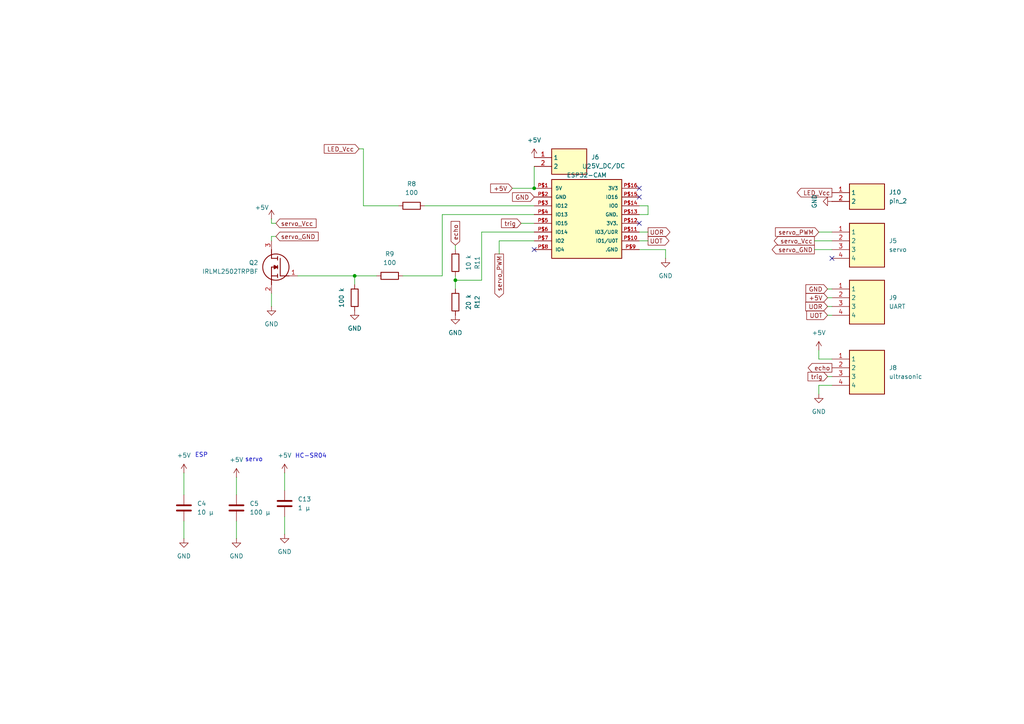
<source format=kicad_sch>
(kicad_sch (version 20250114) (generator "eeschema") (generator_version "9.0")
  (paper "A4")
  (lib_symbols
    (symbol "ESP32-CAM:ESP32-CAM" (pin_names (offset 1.016))
      (property "Reference" "U" (at -10.16 20.32 0))
      (property "Value" "ESP32-CAM" (at 0 0 0))
      (symbol "ESP32-CAM_0_0"
        (rectangle (start -10.16 -5.08) (end 10.16 17.78) (stroke (width 0.254)) (fill (type background)))
        (pin bidirectional line (at -15.24 15.24 0) (length 5.08) (name "5V") (number "P$1"))
        (pin bidirectional line (at -15.24 12.7 0) (length 5.08) (name "GND") (number "P$2"))
        (pin bidirectional line (at -15.24 10.16 0) (length 5.08) (name "IO12") (number "P$3"))
        (pin bidirectional line (at -15.24 7.62 0) (length 5.08) (name "IO13") (number "P$4"))
        (pin bidirectional line (at -15.24 5.08 0) (length 5.08) (name "IO15") (number "P$5"))
        (pin bidirectional line (at -15.24 2.54 0) (length 5.08) (name "IO14") (number "P$6"))
        (pin bidirectional line (at -15.24 0 0) (length 5.08) (name "IO2") (number "P$7"))
        (pin bidirectional line (at -15.24 -2.54 0) (length 5.08) (name "IO4") (number "P$8"))
        (pin bidirectional line (at 15.24 15.24 180) (length 5.08) (name "3V3") (number "P$16"))
        (pin bidirectional line (at 15.24 12.7 180) (length 5.08) (name "IO16") (number "P$15"))
        (pin bidirectional line (at 15.24 10.16 180) (length 5.08) (name "IO0") (number "P$14"))
        (pin bidirectional line (at 15.24 7.62 180) (length 5.08) (name "GND.") (number "P$13"))
        (pin bidirectional line (at 15.24 5.08 180) (length 5.08) (name "3V3.") (number "P$12"))
        (pin bidirectional line (at 15.24 2.54 180) (length 5.08) (name "IO3/U0R") (number "P$11"))
        (pin bidirectional line (at 15.24 0 180) (length 5.08) (name "IO1/U0T") (number "P$10"))
        (pin bidirectional line (at 15.24 -2.54 180) (length 5.08) (name ".GND") (number "P$9"))
      )
    )
    (symbol "R_1" (pin_numbers (hide yes)) (pin_names (offset 0))
      (property "Reference" "R9" (at 6.35 0 90))
      (property "Value" "100" (at 3.81 0 90))
      (symbol "R_1_0_1"
        (rectangle (start -1.016 -2.54) (end 1.016 2.54) (stroke (width 0.254)))
      )
      (symbol "R_1_1_1"
        (pin passive line (at 0 3.81 270) (length 1.27) (name "~") (number "1"))
        (pin passive line (at 0 -3.81 90) (length 1.27) (name "~") (number "2"))
      )
    )
    (symbol "bird-feeder:C" (pin_numbers (hide yes)) (pin_names (offset 0.254))
      (property "Reference" "C" (at 0.635 2.54 0))
      (property "Value" "C" (at 0.635 -2.54 0))
      (symbol "C_0_1"
        (polyline (pts (xy -2.032 0.762) (xy 2.032 0.762)) (stroke (width 0.508)))
        (polyline (pts (xy -2.032 -0.762) (xy 2.032 -0.762)) (stroke (width 0.508)))
      )
      (symbol "C_1_1"
        (pin passive line (at 0 3.81 270) (length 2.794) (name "~") (number "1"))
        (pin passive line (at 0 -3.81 90) (length 2.794) (name "~") (number "2"))
      )
    )
    (symbol "bird-feeder:IRLML2502TRPBF" (pin_names (hide yes))
      (property "Reference" "Q" (at 11.43 3.81 0))
      (property "Value" "IRLML2502TRPBF" (at 11.43 1.27 0))
      (symbol "IRLML2502TRPBF_1_1"
        (polyline (pts (xy 2.54 0) (xy 5.08 0)) (stroke (width 0.254)))
        (polyline (pts (xy 5.08 5.08) (xy 5.08 0)) (stroke (width 0.254)))
        (polyline (pts (xy 5.842 5.588) (xy 5.842 4.572)) (stroke (width 0.254)))
        (polyline (pts (xy 5.842 2.54) (xy 6.858 3.048) (xy 6.858 2.032) (xy 5.842 2.54)) (stroke (width 0.254)) (fill (type outline)))
        (polyline (pts (xy 5.842 2.032) (xy 5.842 3.048)) (stroke (width 0.254)))
        (polyline (pts (xy 5.842 0) (xy 7.62 0)) (stroke (width 0.254)))
        (polyline (pts (xy 5.842 -0.508) (xy 5.842 0.508)) (stroke (width 0.254)))
        (circle (center 6.35 2.54) (radius 3.81) (stroke (width 0.254)))
        (polyline (pts (xy 7.62 5.08) (xy 5.842 5.08)) (stroke (width 0.254)))
        (polyline (pts (xy 7.62 5.08) (xy 7.62 7.62)) (stroke (width 0.254)))
        (polyline (pts (xy 7.62 2.54) (xy 5.842 2.54)) (stroke (width 0.254)))
        (polyline (pts (xy 7.62 2.54) (xy 7.62 -2.54)) (stroke (width 0.254)))
        (pin passive line (at 0 0 0) (length 2.54) (name "G") (number "1"))
        (pin passive line (at 7.62 10.16 270) (length 2.54) (name "D") (number "3"))
        (pin passive line (at 7.62 -5.08 90) (length 2.54) (name "S") (number "2"))
      )
    )
    (symbol "bird-feeder:R" (pin_numbers (hide yes)) (pin_names (offset 0))
      (property "Reference" "R" (at 2.032 0 90))
      (property "Value" "R" (at 0 0 90))
      (symbol "R_0_1"
        (rectangle (start -1.016 -2.54) (end 1.016 2.54) (stroke (width 0.254)))
      )
      (symbol "R_1_1"
        (pin passive line (at 0 3.81 270) (length 1.27) (name "~") (number "1"))
        (pin passive line (at 0 -3.81 90) (length 1.27) (name "~") (number "2"))
      )
    )
    (symbol "bird-feeder:pin_2"
      (property "Reference" "J" (at 16.51 7.62 0))
      (property "Value" "pin_2" (at 16.51 5.08 0))
      (symbol "pin_2_1_1"
        (rectangle (start 5.08 2.54) (end 15.24 -4.826) (stroke (width 0.254)) (fill (type background)))
        (pin passive line (at 0 0 0) (length 5.08) (name "1") (number "1"))
        (pin passive line (at 0 -2.54 0) (length 5.08) (name "2") (number "2"))
      )
    )
    (symbol "bird-feeder:pin_4"
      (property "Reference" "J" (at 16.51 7.62 0))
      (property "Value" "pin_4" (at 16.51 5.08 0))
      (symbol "pin_4_1_1"
        (rectangle (start 5.08 2.54) (end 15.24 -10.16) (stroke (width 0.254)) (fill (type background)))
        (pin passive line (at 0 0 0) (length 5.08) (name "1") (number "1"))
        (pin passive line (at 0 -2.54 0) (length 5.08) (name "2") (number "2"))
        (pin passive line (at 0 -5.08 0) (length 5.08) (name "3") (number "3"))
        (pin passive line (at 0 -7.62 0) (length 5.08) (name "4") (number "4"))
      )
    )
    (symbol "power:+5V" (power) (pin_numbers (hide yes)) (pin_names (offset 0) (hide yes))
      (property "Value" "+5V" (at 0 3.556 0))
      (symbol "+5V_0_1"
        (polyline (pts (xy -0.762 1.27) (xy 0 2.54)))
        (polyline (pts (xy 0 2.54) (xy 0.762 1.27)))
        (polyline (pts (xy 0 0) (xy 0 2.54)))
      )
      (symbol "+5V_1_1"
        (pin power_in line (at 0 0 90) (length 0) (name "~") (number "1"))
      )
    )
    (symbol "power:GND" (power) (pin_numbers (hide yes)) (pin_names (offset 0) (hide yes))
      (property "Value" "GND" (at 0 -3.81 0))
      (symbol "GND_0_1"
        (polyline (pts (xy 0 0) (xy 0 -1.27) (xy 1.27 -1.27) (xy 0 -2.54) (xy -1.27 -1.27) (xy 0 -1.27)))
      )
      (symbol "GND_1_1"
        (pin power_in line (at 0 0 270) (length 0) (name "~") (number "1"))
      )
    )
  )
  (text "servo" (at 73.66 133.35 0) (effects (font (size 1.27 1.27))))
  (text "HC-SR04" (at 90.17 132.334 0) (effects (font (size 1.27 1.27))))
  (text "ESP" (at 58.42 132.08 0) (effects (font (size 1.27 1.27))))
  (junction (at 154.94 54.61))
  (junction (at 102.87 80.01))
  (junction (at 132.08 81.28))
  (no_connect (at 241.3 74.93))
  (no_connect (at 185.42 54.61))
  (no_connect (at 185.42 57.15))
  (no_connect (at 154.94 72.39))
  (no_connect (at 185.42 64.77))
  (wire (pts (xy 240.03 109.22) (xy 241.3 109.22)))
  (wire (pts (xy 237.49 67.31) (xy 241.3 67.31)))
  (wire (pts (xy 241.3 104.14) (xy 237.49 104.14)))
  (wire (pts (xy 154.94 48.26) (xy 154.94 54.61)))
  (wire (pts (xy 132.08 71.12) (xy 132.08 72.39)))
  (wire (pts (xy 78.74 64.77) (xy 80.01 64.77)))
  (wire (pts (xy 237.49 104.14) (xy 237.49 101.6)))
  (wire (pts (xy 240.03 86.36) (xy 241.3 86.36)))
  (wire (pts (xy 105.41 59.69) (xy 115.57 59.69)))
  (wire (pts (xy 116.84 80.01) (xy 128.27 80.01)))
  (wire (pts (xy 185.42 72.39) (xy 193.04 72.39)))
  (wire (pts (xy 53.34 151.13) (xy 53.34 156.21)))
  (wire (pts (xy 132.08 80.01) (xy 132.08 81.28)))
  (wire (pts (xy 82.55 137.16) (xy 82.55 142.24)))
  (wire (pts (xy 68.58 151.13) (xy 68.58 156.21)))
  (wire (pts (xy 82.55 149.86) (xy 82.55 154.94)))
  (wire (pts (xy 187.96 62.23) (xy 185.42 62.23)))
  (wire (pts (xy 241.3 111.76) (xy 237.49 111.76)))
  (wire (pts (xy 78.74 63.5) (xy 78.74 64.77)))
  (wire (pts (xy 53.34 137.16) (xy 53.34 143.51)))
  (wire (pts (xy 128.27 62.23) (xy 154.94 62.23)))
  (wire (pts (xy 139.7 67.31) (xy 139.7 81.28)))
  (wire (pts (xy 132.08 81.28) (xy 139.7 81.28)))
  (wire (pts (xy 148.59 54.61) (xy 154.94 54.61)))
  (wire (pts (xy 68.58 138.43) (xy 68.58 143.51)))
  (wire (pts (xy 237.49 111.76) (xy 237.49 114.3)))
  (wire (pts (xy 185.42 59.69) (xy 187.96 59.69)))
  (wire (pts (xy 240.03 91.44) (xy 241.3 91.44)))
  (wire (pts (xy 144.78 69.85) (xy 154.94 69.85)))
  (wire (pts (xy 236.22 69.85) (xy 241.3 69.85)))
  (wire (pts (xy 240.03 88.9) (xy 241.3 88.9)))
  (wire (pts (xy 102.87 80.01) (xy 109.22 80.01)))
  (wire (pts (xy 128.27 62.23) (xy 128.27 80.01)))
  (wire (pts (xy 236.22 72.39) (xy 241.3 72.39)))
  (wire (pts (xy 80.01 68.58) (xy 78.74 68.58)))
  (wire (pts (xy 123.19 59.69) (xy 154.94 59.69)))
  (wire (pts (xy 187.96 67.31) (xy 185.42 67.31)))
  (wire (pts (xy 154.94 67.31) (xy 139.7 67.31)))
  (wire (pts (xy 193.04 72.39) (xy 193.04 74.93)))
  (wire (pts (xy 78.74 68.58) (xy 78.74 69.85)))
  (wire (pts (xy 104.14 43.18) (xy 105.41 43.18)))
  (wire (pts (xy 187.96 69.85) (xy 185.42 69.85)))
  (wire (pts (xy 86.36 80.01) (xy 102.87 80.01)))
  (wire (pts (xy 144.78 73.66) (xy 144.78 69.85)))
  (wire (pts (xy 151.13 64.77) (xy 154.94 64.77)))
  (wire (pts (xy 105.41 43.18) (xy 105.41 59.69)))
  (wire (pts (xy 187.96 59.69) (xy 187.96 62.23)))
  (wire (pts (xy 78.74 88.9) (xy 78.74 85.09)))
  (wire (pts (xy 132.08 81.28) (xy 132.08 83.82)))
  (wire (pts (xy 240.03 83.82) (xy 241.3 83.82)))
  (wire (pts (xy 102.87 80.01) (xy 102.87 82.55)))
  (global_label "UOR" (shape input) (at 240.03 88.9 180) (property "Intersheetrefs" "${INTERSHEET_REFS}" (effects (hide yes))))
  (global_label "servo_PWM" (shape input) (at 237.49 67.31 180) (property "Intersheetrefs" "${INTERSHEET_REFS}" (effects (hide yes))))
  (global_label "UOT" (shape output) (at 187.96 69.85 0) (property "Intersheetrefs" "${INTERSHEET_REFS}" (effects (hide yes))))
  (global_label "servo_PWM" (shape output) (at 144.78 73.66 270) (property "Intersheetrefs" "${INTERSHEET_REFS}" (effects (hide yes))))
  (global_label "echo" (shape output) (at 241.3 106.68 180) (property "Intersheetrefs" "${INTERSHEET_REFS}" (effects (hide yes))))
  (global_label "servo_Vcc" (shape input) (at 80.01 64.77 0) (property "Intersheetrefs" "${INTERSHEET_REFS}" (effects (hide yes))))
  (global_label "LED_Vcc" (shape output) (at 241.3 55.88 180) (property "Intersheetrefs" "${INTERSHEET_REFS}" (effects (hide yes))))
  (global_label "LED_Vcc" (shape input) (at 104.14 43.18 180) (property "Intersheetrefs" "${INTERSHEET_REFS}" (effects (hide yes))))
  (global_label "servo_Vcc" (shape output) (at 236.22 69.85 180) (property "Intersheetrefs" "${INTERSHEET_REFS}" (effects (hide yes))))
  (global_label "servo_GND" (shape input) (at 80.01 68.58 0) (property "Intersheetrefs" "${INTERSHEET_REFS}" (effects (hide yes))))
  (global_label "echo" (shape input) (at 132.08 71.12 90) (property "Intersheetrefs" "${INTERSHEET_REFS}" (effects (hide yes))))
  (global_label "+5V" (shape input) (at 148.59 54.61 180) (property "Intersheetrefs" "${INTERSHEET_REFS}" (effects (hide yes))))
  (global_label "trig" (shape input) (at 240.03 109.22 180) (property "Intersheetrefs" "${INTERSHEET_REFS}" (effects (hide yes))))
  (global_label "+5V" (shape input) (at 240.03 86.36 180) (property "Intersheetrefs" "${INTERSHEET_REFS}" (effects (hide yes))))
  (global_label "UOR" (shape output) (at 187.96 67.31 0) (property "Intersheetrefs" "${INTERSHEET_REFS}" (effects (hide yes))))
  (global_label "GND" (shape input) (at 154.94 57.15 180) (property "Intersheetrefs" "${INTERSHEET_REFS}" (effects (hide yes))))
  (global_label "trig" (shape input) (at 151.13 64.77 180) (property "Intersheetrefs" "${INTERSHEET_REFS}" (effects (hide yes))))
  (global_label "GND" (shape input) (at 240.03 83.82 180) (property "Intersheetrefs" "${INTERSHEET_REFS}" (effects (hide yes))))
  (global_label "servo_GND" (shape output) (at 236.22 72.39 180) (property "Intersheetrefs" "${INTERSHEET_REFS}" (effects (hide yes))))
  (global_label "UOT" (shape input) (at 240.03 91.44 180) (property "Intersheetrefs" "${INTERSHEET_REFS}" (effects (hide yes))))
  (symbol (lib_id "power:+5V") (at 68.58 138.43 0) (unit 1)
    (property "Reference" "#PWR031" (effects (hide yes)))
    (property "Value" "+5V" (at 68.58 133.35 0))
    (property "Description" "Power symbol creates a global label with name \"+5V\"" (effects (hide yes)))
  )
  (symbol (lib_id "bird-feeder:IRLML2502TRPBF") (at 86.36 80.01 0) (mirror y) (unit 1)
    (property "Reference" "Q2" (at 74.93 76.1999 0) (effects (justify left)))
    (property "Value" "IRLML2502TRPBF" (at 74.93 78.7399 0) (effects (justify left)))
    (property "Footprint" "bird-feeder:IRL_SOT95P237X112-3N" (effects (hide yes)))
    (property "Description" "IRLML2502TRPBF N-Channel MOSFET, 4.2 A, 20 V IRLML2502, 3-Pin SOT-23 Infineon" (effects (hide yes)))
    (property "Height" "1.12" (effects (hide yes)))
    (property "Manufacturer_Name" "Infineon" (effects (hide yes)))
    (property "Manufacturer_Part_Number" "IRLML2502TRPBF" (effects (hide yes)))
  )
  (symbol (lib_id "power:+5V") (at 154.94 45.72 0) (unit 1)
    (property "Reference" "#PWR022" (effects (hide yes)))
    (property "Value" "+5V" (at 154.94 40.64 0))
    (property "Description" "Power symbol creates a global label with name \"+5V\"" (effects (hide yes)))
  )
  (symbol (lib_id "bird-feeder:R") (at 132.08 87.63 0) (unit 1)
    (property "Reference" "R12" (at 138.43 87.63 90))
    (property "Value" "20 k" (at 135.89 87.63 90))
    (property "Footprint" "Resistor_SMD:R_0603_1608Metric" (effects (hide yes)))
    (property "Description" "Resistor" (effects (hide yes)))
  )
  (symbol (lib_id "bird-feeder:C") (at 53.34 147.32 0) (unit 1)
    (property "Reference" "C4" (at 57.15 146.0499 0) (effects (justify left)))
    (property "Value" "10 μ" (at 57.15 148.5899 0) (effects (justify left)))
    (property "Footprint" "Capacitor_SMD:C_0603_1608Metric" (effects (hide yes)))
    (property "Description" "Unpolarized capacitor" (effects (hide yes)))
  )
  (symbol (lib_id "bird-feeder:C") (at 82.55 146.05 0) (unit 1)
    (property "Reference" "C13" (at 86.36 144.7799 0) (effects (justify left)))
    (property "Value" "1 μ" (at 86.36 147.3199 0) (effects (justify left)))
    (property "Footprint" "Capacitor_SMD:C_0603_1608Metric" (effects (hide yes)))
    (property "Description" "Unpolarized capacitor" (effects (hide yes)))
  )
  (symbol (lib_id "power:+5V") (at 237.49 101.6 0) (unit 1)
    (property "Reference" "#PWR016" (effects (hide yes)))
    (property "Value" "+5V" (at 237.49 96.52 0))
    (property "Description" "Power symbol creates a global label with name \"+5V\"" (effects (hide yes)))
  )
  (symbol (lib_id "power:GND") (at 193.04 74.93 0) (unit 1)
    (property "Reference" "#PWR015" (effects (hide yes)))
    (property "Value" "GND" (at 193.04 80.01 0))
    (property "Description" "Power symbol creates a global label with name \"GND\" , ground" (effects (hide yes)))
  )
  (symbol (lib_id "power:+5V") (at 78.74 63.5 0) (unit 1)
    (property "Reference" "#PWR014" (effects (hide yes)))
    (property "Value" "+5V" (at 75.946 60.198 0))
    (property "Description" "Power symbol creates a global label with name \"+5V\"" (effects (hide yes)))
  )
  (symbol (lib_id "power:GND") (at 78.74 88.9 0) (unit 1)
    (property "Reference" "#PWR023" (effects (hide yes)))
    (property "Value" "GND" (at 78.74 93.98 0))
    (property "Description" "Power symbol creates a global label with name \"GND\" , ground" (effects (hide yes)))
  )
  (symbol (lib_id "power:GND") (at 237.49 114.3 0) (unit 1)
    (property "Reference" "#PWR017" (effects (hide yes)))
    (property "Value" "GND" (at 237.49 119.38 0))
    (property "Description" "Power symbol creates a global label with name \"GND\" , ground" (effects (hide yes)))
  )
  (symbol (lib_id "bird-feeder:C") (at 68.58 147.32 0) (unit 1)
    (property "Reference" "C5" (at 72.39 146.0499 0) (effects (justify left)))
    (property "Value" "100 μ" (at 72.39 148.5899 0) (effects (justify left)))
    (property "Footprint" "Capacitor_SMD:C_0603_1608Metric" (effects (hide yes)))
    (property "Description" "Unpolarized capacitor" (effects (hide yes)))
  )
  (symbol (lib_id "bird-feeder:R") (at 132.08 76.2 0) (unit 1)
    (property "Reference" "R11" (at 138.43 76.2 90))
    (property "Value" "10 k" (at 135.89 76.2 90))
    (property "Footprint" "Resistor_SMD:R_0603_1608Metric" (effects (hide yes)))
    (property "Description" "Resistor" (effects (hide yes)))
  )
  (symbol (lib_name "R_1") (lib_id "bird-feeder:R") (at 113.03 80.01 270) (mirror x) (unit 1)
    (property "Reference" "R9" (at 113.03 73.66 90))
    (property "Value" "100" (at 113.03 76.2 90))
    (property "Footprint" "Resistor_THT:R_Axial_DIN0204_L3.6mm_D1.6mm_P5.08mm_Horizontal" (effects (hide yes)))
    (property "Description" "Resistor" (effects (hide yes)))
  )
  (symbol (lib_id "power:GND") (at 132.08 91.44 0) (unit 1)
    (property "Reference" "#PWR026" (effects (hide yes)))
    (property "Value" "GND" (at 132.08 96.52 0))
    (property "Description" "Power symbol creates a global label with name \"GND\" , ground" (effects (hide yes)))
  )
  (symbol (lib_id "bird-feeder:R") (at 102.87 86.36 180) (unit 1)
    (property "Reference" "R10" (effects (hide yes)))
    (property "Value" "100 k" (at 99.06 86.36 90))
    (property "Footprint" "Resistor_SMD:R_0603_1608Metric" (effects (hide yes)))
    (property "Description" "Resistor" (effects (hide yes)))
  )
  (symbol (lib_id "ESP32-CAM:ESP32-CAM") (at 170.18 69.85 0) (unit 1)
    (property "Reference" "U2" (at 170.18 48.26 0))
    (property "Value" "ESP32-CAM" (at 170.18 50.8 0))
    (property "Footprint" "Library:ESP32-CAM" (effects (hide yes)))
    (property "MF" "AI-Thinker" (effects (hide yes)))
    (property "DESCRIPTION" "ESP32 ESP32 Transceiver; 802.11 a/b/g/n (Wi-Fi, WiFi, WLAN), Bluetooth® Smart 4.x Low Energy (BLE) Evaluation Board" (effects (hide yes)))
    (property "PACKAGE" "None" (effects (hide yes)))
    (property "PRICE" "None" (effects (hide yes)))
    (property "Package" "None" (effects (hide yes)))
    (property "Check_prices" "https://www.snapeda.com/parts/ESP32-CAM/AI-Thinker/view-part/?ref=eda" (effects (hide yes)))
    (property "Price" "None" (effects (hide yes)))
    (property "SnapEDA_Link" "https://www.snapeda.com/parts/ESP32-CAM/AI-Thinker/view-part/?ref=snap" (effects (hide yes)))
    (property "MP" "ESP32-CAM" (effects (hide yes)))
    (property "Availability" "Not in stock" (effects (hide yes)))
    (property "AVAILABILITY" "Not in stock" (effects (hide yes)))
    (property "Description_1" "ESP32 ESP32 Transceiver; 802.11 a/b/g/n (Wi-Fi, WiFi, WLAN), Bluetooth® Smart 4.x Low Energy (BLE) Evaluation Board" (effects (hide yes)))
  )
  (symbol (lib_id "bird-feeder:pin_2") (at 241.3 55.88 0) (unit 1)
    (property "Reference" "J10" (at 257.81 55.7529 0) (effects (justify left)))
    (property "Value" "pin_2" (at 257.81 58.2929 0) (effects (justify left)))
    (property "Footprint" "bird-feeder:pin_2_RHDR4W60P0X254_1X4_1016X250X840P_1" (effects (hide yes)))
    (property "Datasheet" "https://www.tme.eu/Document/951e887d7e645db1a4e49e0834499c9b/zl262-sg.pdf" (effects (hide yes)))
    (property "Description" "Socket; pin strips; female; PIN: 4; straight; 2.54mm; THT; 1x4; 3A" (effects (hide yes)))
    (property "Height" "8.4" (effects (hide yes)))
    (property "Manufacturer_Name" "Connfly" (effects (hide yes)))
    (property "Manufacturer_Part_Number" "DS1023-1*4S21" (effects (hide yes)))
  )
  (symbol (lib_id "power:GND") (at 68.58 156.21 0) (unit 1)
    (property "Reference" "#PWR038" (effects (hide yes)))
    (property "Value" "GND" (at 68.58 161.29 0))
    (property "Description" "Power symbol creates a global label with name \"GND\" , ground" (effects (hide yes)))
  )
  (symbol (lib_id "bird-feeder:pin_4") (at 241.3 67.31 0) (unit 1)
    (property "Reference" "J5" (at 257.81 69.8499 0) (effects (justify left)))
    (property "Value" "servo" (at 257.81 72.3899 0) (effects (justify left)))
    (property "Footprint" "bird-feeder:pin_4_RHDR4W60P0X254_1X4_1016X250X840P" (effects (hide yes)))
    (property "Datasheet" "https://www.tme.eu/Document/951e887d7e645db1a4e49e0834499c9b/zl262-sg.pdf" (effects (hide yes)))
    (property "Description" "Socket; pin strips; female; PIN: 4; straight; 2.54mm; THT; 1x4; 3A" (effects (hide yes)))
    (property "Height" "8.4" (effects (hide yes)))
    (property "Manufacturer_Name" "Connfly" (effects (hide yes)))
    (property "Manufacturer_Part_Number" "DS1023-1*4S21" (effects (hide yes)))
  )
  (symbol (lib_id "bird-feeder:pin_4") (at 241.3 83.82 0) (unit 1)
    (property "Reference" "J9" (at 257.81 86.3599 0) (effects (justify left)))
    (property "Value" "UART" (at 257.81 88.8999 0) (effects (justify left)))
    (property "Footprint" "bird-feeder:pin_4_RHDR4W60P0X254_1X4_1016X250X840P" (effects (hide yes)))
    (property "Datasheet" "https://www.tme.eu/Document/951e887d7e645db1a4e49e0834499c9b/zl262-sg.pdf" (effects (hide yes)))
    (property "Description" "Socket; pin strips; female; PIN: 4; straight; 2.54mm; THT; 1x4; 3A" (effects (hide yes)))
    (property "Height" "8.4" (effects (hide yes)))
    (property "Manufacturer_Name" "Connfly" (effects (hide yes)))
    (property "Manufacturer_Part_Number" "DS1023-1*4S21" (effects (hide yes)))
  )
  (symbol (lib_id "power:+5V") (at 82.55 137.16 0) (unit 1)
    (property "Reference" "#PWR032" (effects (hide yes)))
    (property "Value" "+5V" (at 82.55 132.08 0))
    (property "Description" "Power symbol creates a global label with name \"+5V\"" (effects (hide yes)))
  )
  (symbol (lib_id "power:GND") (at 102.87 90.17 0) (unit 1)
    (property "Reference" "#PWR024" (effects (hide yes)))
    (property "Value" "GND" (at 102.87 95.25 0))
    (property "Description" "Power symbol creates a global label with name \"GND\" , ground" (effects (hide yes)))
  )
  (symbol (lib_id "power:GND") (at 82.55 154.94 0) (unit 1)
    (property "Reference" "#PWR039" (effects (hide yes)))
    (property "Value" "GND" (at 82.55 160.02 0))
    (property "Description" "Power symbol creates a global label with name \"GND\" , ground" (effects (hide yes)))
  )
  (symbol (lib_id "bird-feeder:pin_4") (at 241.3 104.14 0) (unit 1)
    (property "Reference" "J8" (at 257.81 106.6799 0) (effects (justify left)))
    (property "Value" "ultrasonic" (at 257.81 109.2199 0) (effects (justify left)))
    (property "Footprint" "bird-feeder:pin_4_RHDR4W60P0X254_1X4_1016X250X840P" (effects (hide yes)))
    (property "Datasheet" "https://www.tme.eu/Document/951e887d7e645db1a4e49e0834499c9b/zl262-sg.pdf" (effects (hide yes)))
    (property "Description" "Socket; pin strips; female; PIN: 4; straight; 2.54mm; THT; 1x4; 3A" (effects (hide yes)))
    (property "Height" "8.4" (effects (hide yes)))
    (property "Manufacturer_Name" "Connfly" (effects (hide yes)))
    (property "Manufacturer_Part_Number" "DS1023-1*4S21" (effects (hide yes)))
  )
  (symbol (lib_id "power:GND") (at 53.34 156.21 0) (unit 1)
    (property "Reference" "#PWR036" (effects (hide yes)))
    (property "Value" "GND" (at 53.34 161.29 0))
    (property "Description" "Power symbol creates a global label with name \"GND\" , ground" (effects (hide yes)))
  )
  (symbol (lib_id "bird-feeder:R") (at 119.38 59.69 270) (mirror x) (unit 1)
    (property "Reference" "R8" (at 119.38 53.34 90))
    (property "Value" "100" (at 119.38 55.88 90))
    (property "Footprint" "Resistor_SMD:R_0603_1608Metric" (effects (hide yes)))
    (property "Description" "Resistor" (effects (hide yes)))
  )
  (symbol (lib_id "power:+5V") (at 53.34 137.16 0) (unit 1)
    (property "Reference" "#PWR029" (effects (hide yes)))
    (property "Value" "+5V" (at 53.34 132.08 0))
    (property "Description" "Power symbol creates a global label with name \"+5V\"" (effects (hide yes)))
  )
  (symbol (lib_id "bird-feeder:pin_2") (at 154.94 45.72 0) (unit 1)
    (property "Reference" "J6" (at 171.45 45.5929 0) (effects (justify left)))
    (property "Value" "5V_DC/DC" (at 171.45 48.1329 0) (effects (justify left)))
    (property "Footprint" "bird-feeder:pin_2_RHDR4W60P0X254_1X4_1016X250X840P_1" (effects (hide yes)))
    (property "Datasheet" "https://www.tme.eu/Document/951e887d7e645db1a4e49e0834499c9b/zl262-sg.pdf" (effects (hide yes)))
    (property "Description" "Socket; pin strips; female; PIN: 4; straight; 2.54mm; THT; 1x4; 3A" (effects (hide yes)))
    (property "Height" "8.4" (effects (hide yes)))
    (property "Manufacturer_Name" "Connfly" (effects (hide yes)))
    (property "Manufacturer_Part_Number" "DS1023-1*4S21" (effects (hide yes)))
  )
  (symbol (lib_id "power:GND") (at 241.3 58.42 270) (unit 1)
    (property "Reference" "#PWR01" (effects (hide yes)))
    (property "Value" "GND" (at 236.22 58.42 0))
    (property "Description" "Power symbol creates a global label with name \"GND\" , ground" (effects (hide yes)))
  )
)
</source>
